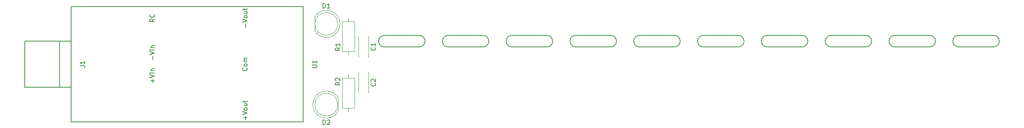
<source format=gbr>
G04 #@! TF.GenerationSoftware,KiCad,Pcbnew,(5.0.1)-4*
G04 #@! TF.CreationDate,2019-02-14T14:24:21+01:00*
G04 #@! TF.ProjectId,PSU - 1.5A,505355202D20312E35412E6B69636164,rev?*
G04 #@! TF.SameCoordinates,Original*
G04 #@! TF.FileFunction,Legend,Top*
G04 #@! TF.FilePolarity,Positive*
%FSLAX46Y46*%
G04 Gerber Fmt 4.6, Leading zero omitted, Abs format (unit mm)*
G04 Created by KiCad (PCBNEW (5.0.1)-4) date 2/14/2019 2:24:21 PM*
%MOMM*%
%LPD*%
G01*
G04 APERTURE LIST*
%ADD10C,0.120000*%
%ADD11C,0.150000*%
G04 APERTURE END LIST*
D10*
G04 #@! TO.C,D2*
X90190000Y-47265000D02*
X90190000Y-44175000D01*
X90130000Y-45720000D02*
G75*
G03X90130000Y-45720000I-2500000J0D01*
G01*
X84640000Y-45720462D02*
G75*
G02X90190000Y-44175170I2990000J462D01*
G01*
X84640000Y-45719538D02*
G75*
G03X90190000Y-47264830I2990000J-462D01*
G01*
D11*
G04 #@! TO.C,J1*
X26670000Y-41910000D02*
X24130000Y-41910000D01*
X24130000Y-31750000D02*
X29210000Y-31750000D01*
X29210000Y-41910000D02*
X26670000Y-41910000D01*
X24130000Y-41910000D02*
X21590000Y-41910000D01*
X21590000Y-41910000D02*
X21590000Y-31750000D01*
X21590000Y-31750000D02*
X24130000Y-31750000D01*
X29210000Y-41910000D02*
X31750000Y-41910000D01*
X31750000Y-41910000D02*
X31750000Y-31750000D01*
X31750000Y-31750000D02*
X29210000Y-31750000D01*
X29210000Y-41910000D02*
X29210000Y-31750000D01*
G04 #@! TO.C,U1*
X82550000Y-24130000D02*
X31750000Y-24130000D01*
X82550000Y-49530000D02*
X82550000Y-24130000D01*
X31750000Y-49530000D02*
X82550000Y-49530000D01*
X31750000Y-24130000D02*
X31750000Y-49530000D01*
D10*
G04 #@! TO.C,C1*
X96828000Y-30710000D02*
X96828000Y-35250000D01*
X94688000Y-30710000D02*
X94688000Y-35250000D01*
X96828000Y-30710000D02*
X96813000Y-30710000D01*
X94703000Y-30710000D02*
X94688000Y-30710000D01*
X96828000Y-35250000D02*
X96813000Y-35250000D01*
X94703000Y-35250000D02*
X94688000Y-35250000D01*
G04 #@! TO.C,C2*
X94703000Y-43124000D02*
X94688000Y-43124000D01*
X96828000Y-43124000D02*
X96813000Y-43124000D01*
X94703000Y-38584000D02*
X94688000Y-38584000D01*
X96828000Y-38584000D02*
X96813000Y-38584000D01*
X94688000Y-38584000D02*
X94688000Y-43124000D01*
X96828000Y-38584000D02*
X96828000Y-43124000D01*
G04 #@! TO.C,D1*
X90620000Y-27940462D02*
G75*
G03X85070000Y-26395170I-2990000J462D01*
G01*
X90620000Y-27939538D02*
G75*
G02X85070000Y-29484830I-2990000J-462D01*
G01*
X90130000Y-27940000D02*
G75*
G03X90130000Y-27940000I-2500000J0D01*
G01*
X85070000Y-26395000D02*
X85070000Y-29485000D01*
D11*
G04 #@! TO.C,~*
X100330000Y-33020000D02*
G75*
G02X100330000Y-30480000I0J1270000D01*
G01*
X107950000Y-30480000D02*
G75*
G02X107950000Y-33020000I0J-1270000D01*
G01*
X107950000Y-33020000D02*
X100330000Y-33020000D01*
X100330000Y-30480000D02*
X107950000Y-30480000D01*
G04 #@! TO.C,*
X114300000Y-33020000D02*
G75*
G02X114300000Y-30480000I0J1270000D01*
G01*
X121920000Y-30480000D02*
G75*
G02X121920000Y-33020000I0J-1270000D01*
G01*
X121920000Y-33020000D02*
X114300000Y-33020000D01*
X114300000Y-30480000D02*
X121920000Y-30480000D01*
X128270000Y-30480000D02*
X135890000Y-30480000D01*
X135890000Y-33020000D02*
X128270000Y-33020000D01*
X135890000Y-30480000D02*
G75*
G02X135890000Y-33020000I0J-1270000D01*
G01*
X128270000Y-33020000D02*
G75*
G02X128270000Y-30480000I0J1270000D01*
G01*
X156210000Y-33020000D02*
G75*
G02X156210000Y-30480000I0J1270000D01*
G01*
X163830000Y-30480000D02*
G75*
G02X163830000Y-33020000I0J-1270000D01*
G01*
X163830000Y-33020000D02*
X156210000Y-33020000D01*
X156210000Y-30480000D02*
X163830000Y-30480000D01*
X170180000Y-33020000D02*
G75*
G02X170180000Y-30480000I0J1270000D01*
G01*
X177800000Y-30480000D02*
G75*
G02X177800000Y-33020000I0J-1270000D01*
G01*
X177800000Y-33020000D02*
X170180000Y-33020000D01*
X170180000Y-30480000D02*
X177800000Y-30480000D01*
X184150000Y-30480000D02*
X191770000Y-30480000D01*
X191770000Y-33020000D02*
X184150000Y-33020000D01*
X191770000Y-30480000D02*
G75*
G02X191770000Y-33020000I0J-1270000D01*
G01*
X184150000Y-33020000D02*
G75*
G02X184150000Y-30480000I0J1270000D01*
G01*
X198120000Y-30480000D02*
X205740000Y-30480000D01*
X205740000Y-33020000D02*
X198120000Y-33020000D01*
X205740000Y-30480000D02*
G75*
G02X205740000Y-33020000I0J-1270000D01*
G01*
X198120000Y-33020000D02*
G75*
G02X198120000Y-30480000I0J1270000D01*
G01*
X212090000Y-30480000D02*
X219710000Y-30480000D01*
X219710000Y-33020000D02*
X212090000Y-33020000D01*
X219710000Y-30480000D02*
G75*
G02X219710000Y-33020000I0J-1270000D01*
G01*
X212090000Y-33020000D02*
G75*
G02X212090000Y-30480000I0J1270000D01*
G01*
X226060000Y-33020000D02*
G75*
G02X226060000Y-30480000I0J1270000D01*
G01*
X233680000Y-30480000D02*
G75*
G02X233680000Y-33020000I0J-1270000D01*
G01*
X233680000Y-33020000D02*
X226060000Y-33020000D01*
X226060000Y-30480000D02*
X233680000Y-30480000D01*
D10*
G04 #@! TO.C,R1*
X93826000Y-27464000D02*
X91086000Y-27464000D01*
X91086000Y-27464000D02*
X91086000Y-34004000D01*
X91086000Y-34004000D02*
X93826000Y-34004000D01*
X93826000Y-34004000D02*
X93826000Y-27464000D01*
X92456000Y-26694000D02*
X92456000Y-27464000D01*
X92456000Y-34774000D02*
X92456000Y-34004000D01*
G04 #@! TO.C,R2*
X92456000Y-47220000D02*
X92456000Y-46450000D01*
X92456000Y-39140000D02*
X92456000Y-39910000D01*
X93826000Y-46450000D02*
X93826000Y-39910000D01*
X91086000Y-46450000D02*
X93826000Y-46450000D01*
X91086000Y-39910000D02*
X91086000Y-46450000D01*
X93826000Y-39910000D02*
X91086000Y-39910000D01*
D11*
G04 #@! TO.C,*
X142240000Y-30480000D02*
X149860000Y-30480000D01*
X149860000Y-33020000D02*
X142240000Y-33020000D01*
X149860000Y-30480000D02*
G75*
G02X149860000Y-33020000I0J-1270000D01*
G01*
X142240000Y-33020000D02*
G75*
G02X142240000Y-30480000I0J1270000D01*
G01*
G04 #@! TO.C,D2*
X86891904Y-50132380D02*
X86891904Y-49132380D01*
X87130000Y-49132380D01*
X87272857Y-49180000D01*
X87368095Y-49275238D01*
X87415714Y-49370476D01*
X87463333Y-49560952D01*
X87463333Y-49703809D01*
X87415714Y-49894285D01*
X87368095Y-49989523D01*
X87272857Y-50084761D01*
X87130000Y-50132380D01*
X86891904Y-50132380D01*
X87844285Y-49227619D02*
X87891904Y-49180000D01*
X87987142Y-49132380D01*
X88225238Y-49132380D01*
X88320476Y-49180000D01*
X88368095Y-49227619D01*
X88415714Y-49322857D01*
X88415714Y-49418095D01*
X88368095Y-49560952D01*
X87796666Y-50132380D01*
X88415714Y-50132380D01*
G04 #@! TO.C,*
G04 #@! TO.C,~*
G04 #@! TO.C,J1*
X33742380Y-37163333D02*
X34456666Y-37163333D01*
X34599523Y-37210952D01*
X34694761Y-37306190D01*
X34742380Y-37449047D01*
X34742380Y-37544285D01*
X34742380Y-36163333D02*
X34742380Y-36734761D01*
X34742380Y-36449047D02*
X33742380Y-36449047D01*
X33885238Y-36544285D01*
X33980476Y-36639523D01*
X34028095Y-36734761D01*
G04 #@! TO.C,U1*
X84542380Y-37591904D02*
X85351904Y-37591904D01*
X85447142Y-37544285D01*
X85494761Y-37496666D01*
X85542380Y-37401428D01*
X85542380Y-37210952D01*
X85494761Y-37115714D01*
X85447142Y-37068095D01*
X85351904Y-37020476D01*
X84542380Y-37020476D01*
X85542380Y-36020476D02*
X85542380Y-36591904D01*
X85542380Y-36306190D02*
X84542380Y-36306190D01*
X84685238Y-36401428D01*
X84780476Y-36496666D01*
X84828095Y-36591904D01*
X49601428Y-40870000D02*
X49601428Y-40108095D01*
X49982380Y-40489047D02*
X49220476Y-40489047D01*
X48982380Y-39774761D02*
X49982380Y-39441428D01*
X48982380Y-39108095D01*
X49982380Y-38774761D02*
X49315714Y-38774761D01*
X48982380Y-38774761D02*
X49030000Y-38822380D01*
X49077619Y-38774761D01*
X49030000Y-38727142D01*
X48982380Y-38774761D01*
X49077619Y-38774761D01*
X49315714Y-38298571D02*
X49982380Y-38298571D01*
X49410952Y-38298571D02*
X49363333Y-38250952D01*
X49315714Y-38155714D01*
X49315714Y-38012857D01*
X49363333Y-37917619D01*
X49458571Y-37870000D01*
X49982380Y-37870000D01*
X49601428Y-35790000D02*
X49601428Y-35028095D01*
X48982380Y-34694761D02*
X49982380Y-34361428D01*
X48982380Y-34028095D01*
X49982380Y-33694761D02*
X49315714Y-33694761D01*
X48982380Y-33694761D02*
X49030000Y-33742380D01*
X49077619Y-33694761D01*
X49030000Y-33647142D01*
X48982380Y-33694761D01*
X49077619Y-33694761D01*
X49315714Y-33218571D02*
X49982380Y-33218571D01*
X49410952Y-33218571D02*
X49363333Y-33170952D01*
X49315714Y-33075714D01*
X49315714Y-32932857D01*
X49363333Y-32837619D01*
X49458571Y-32790000D01*
X49982380Y-32790000D01*
X49982380Y-26860476D02*
X49506190Y-27193809D01*
X49982380Y-27431904D02*
X48982380Y-27431904D01*
X48982380Y-27050952D01*
X49030000Y-26955714D01*
X49077619Y-26908095D01*
X49172857Y-26860476D01*
X49315714Y-26860476D01*
X49410952Y-26908095D01*
X49458571Y-26955714D01*
X49506190Y-27050952D01*
X49506190Y-27431904D01*
X49887142Y-25860476D02*
X49934761Y-25908095D01*
X49982380Y-26050952D01*
X49982380Y-26146190D01*
X49934761Y-26289047D01*
X49839523Y-26384285D01*
X49744285Y-26431904D01*
X49553809Y-26479523D01*
X49410952Y-26479523D01*
X49220476Y-26431904D01*
X49125238Y-26384285D01*
X49030000Y-26289047D01*
X48982380Y-26146190D01*
X48982380Y-26050952D01*
X49030000Y-25908095D01*
X49077619Y-25860476D01*
X69921428Y-48990000D02*
X69921428Y-48228095D01*
X70302380Y-48609047D02*
X69540476Y-48609047D01*
X69302380Y-47894761D02*
X70302380Y-47561428D01*
X69302380Y-47228095D01*
X70302380Y-46751904D02*
X70254761Y-46847142D01*
X70207142Y-46894761D01*
X70111904Y-46942380D01*
X69826190Y-46942380D01*
X69730952Y-46894761D01*
X69683333Y-46847142D01*
X69635714Y-46751904D01*
X69635714Y-46609047D01*
X69683333Y-46513809D01*
X69730952Y-46466190D01*
X69826190Y-46418571D01*
X70111904Y-46418571D01*
X70207142Y-46466190D01*
X70254761Y-46513809D01*
X70302380Y-46609047D01*
X70302380Y-46751904D01*
X69635714Y-45561428D02*
X70302380Y-45561428D01*
X69635714Y-45990000D02*
X70159523Y-45990000D01*
X70254761Y-45942380D01*
X70302380Y-45847142D01*
X70302380Y-45704285D01*
X70254761Y-45609047D01*
X70207142Y-45561428D01*
X69635714Y-45228095D02*
X69635714Y-44847142D01*
X69302380Y-45085238D02*
X70159523Y-45085238D01*
X70254761Y-45037619D01*
X70302380Y-44942380D01*
X70302380Y-44847142D01*
X70207142Y-37639523D02*
X70254761Y-37687142D01*
X70302380Y-37830000D01*
X70302380Y-37925238D01*
X70254761Y-38068095D01*
X70159523Y-38163333D01*
X70064285Y-38210952D01*
X69873809Y-38258571D01*
X69730952Y-38258571D01*
X69540476Y-38210952D01*
X69445238Y-38163333D01*
X69350000Y-38068095D01*
X69302380Y-37925238D01*
X69302380Y-37830000D01*
X69350000Y-37687142D01*
X69397619Y-37639523D01*
X70302380Y-37068095D02*
X70254761Y-37163333D01*
X70207142Y-37210952D01*
X70111904Y-37258571D01*
X69826190Y-37258571D01*
X69730952Y-37210952D01*
X69683333Y-37163333D01*
X69635714Y-37068095D01*
X69635714Y-36925238D01*
X69683333Y-36830000D01*
X69730952Y-36782380D01*
X69826190Y-36734761D01*
X70111904Y-36734761D01*
X70207142Y-36782380D01*
X70254761Y-36830000D01*
X70302380Y-36925238D01*
X70302380Y-37068095D01*
X70302380Y-36306190D02*
X69635714Y-36306190D01*
X69730952Y-36306190D02*
X69683333Y-36258571D01*
X69635714Y-36163333D01*
X69635714Y-36020476D01*
X69683333Y-35925238D01*
X69778571Y-35877619D01*
X70302380Y-35877619D01*
X69778571Y-35877619D02*
X69683333Y-35830000D01*
X69635714Y-35734761D01*
X69635714Y-35591904D01*
X69683333Y-35496666D01*
X69778571Y-35449047D01*
X70302380Y-35449047D01*
X69921428Y-28670000D02*
X69921428Y-27908095D01*
X69302380Y-27574761D02*
X70302380Y-27241428D01*
X69302380Y-26908095D01*
X70302380Y-26431904D02*
X70254761Y-26527142D01*
X70207142Y-26574761D01*
X70111904Y-26622380D01*
X69826190Y-26622380D01*
X69730952Y-26574761D01*
X69683333Y-26527142D01*
X69635714Y-26431904D01*
X69635714Y-26289047D01*
X69683333Y-26193809D01*
X69730952Y-26146190D01*
X69826190Y-26098571D01*
X70111904Y-26098571D01*
X70207142Y-26146190D01*
X70254761Y-26193809D01*
X70302380Y-26289047D01*
X70302380Y-26431904D01*
X69635714Y-25241428D02*
X70302380Y-25241428D01*
X69635714Y-25670000D02*
X70159523Y-25670000D01*
X70254761Y-25622380D01*
X70302380Y-25527142D01*
X70302380Y-25384285D01*
X70254761Y-25289047D01*
X70207142Y-25241428D01*
X69635714Y-24908095D02*
X69635714Y-24527142D01*
X69302380Y-24765238D02*
X70159523Y-24765238D01*
X70254761Y-24717619D01*
X70302380Y-24622380D01*
X70302380Y-24527142D01*
G04 #@! TO.C,C1*
X98315142Y-33146666D02*
X98362761Y-33194285D01*
X98410380Y-33337142D01*
X98410380Y-33432380D01*
X98362761Y-33575238D01*
X98267523Y-33670476D01*
X98172285Y-33718095D01*
X97981809Y-33765714D01*
X97838952Y-33765714D01*
X97648476Y-33718095D01*
X97553238Y-33670476D01*
X97458000Y-33575238D01*
X97410380Y-33432380D01*
X97410380Y-33337142D01*
X97458000Y-33194285D01*
X97505619Y-33146666D01*
X98410380Y-32194285D02*
X98410380Y-32765714D01*
X98410380Y-32480000D02*
X97410380Y-32480000D01*
X97553238Y-32575238D01*
X97648476Y-32670476D01*
X97696095Y-32765714D01*
G04 #@! TO.C,C2*
X98315142Y-41020666D02*
X98362761Y-41068285D01*
X98410380Y-41211142D01*
X98410380Y-41306380D01*
X98362761Y-41449238D01*
X98267523Y-41544476D01*
X98172285Y-41592095D01*
X97981809Y-41639714D01*
X97838952Y-41639714D01*
X97648476Y-41592095D01*
X97553238Y-41544476D01*
X97458000Y-41449238D01*
X97410380Y-41306380D01*
X97410380Y-41211142D01*
X97458000Y-41068285D01*
X97505619Y-41020666D01*
X97505619Y-40639714D02*
X97458000Y-40592095D01*
X97410380Y-40496857D01*
X97410380Y-40258761D01*
X97458000Y-40163523D01*
X97505619Y-40115904D01*
X97600857Y-40068285D01*
X97696095Y-40068285D01*
X97838952Y-40115904D01*
X98410380Y-40687333D01*
X98410380Y-40068285D01*
G04 #@! TO.C,D1*
X86891904Y-24432380D02*
X86891904Y-23432380D01*
X87130000Y-23432380D01*
X87272857Y-23480000D01*
X87368095Y-23575238D01*
X87415714Y-23670476D01*
X87463333Y-23860952D01*
X87463333Y-24003809D01*
X87415714Y-24194285D01*
X87368095Y-24289523D01*
X87272857Y-24384761D01*
X87130000Y-24432380D01*
X86891904Y-24432380D01*
X88415714Y-24432380D02*
X87844285Y-24432380D01*
X88130000Y-24432380D02*
X88130000Y-23432380D01*
X88034761Y-23575238D01*
X87939523Y-23670476D01*
X87844285Y-23718095D01*
G04 #@! TO.C,~*
G04 #@! TO.C,*
G04 #@! TO.C,R1*
X90622380Y-33186666D02*
X90146190Y-33520000D01*
X90622380Y-33758095D02*
X89622380Y-33758095D01*
X89622380Y-33377142D01*
X89670000Y-33281904D01*
X89717619Y-33234285D01*
X89812857Y-33186666D01*
X89955714Y-33186666D01*
X90050952Y-33234285D01*
X90098571Y-33281904D01*
X90146190Y-33377142D01*
X90146190Y-33758095D01*
X90622380Y-32234285D02*
X90622380Y-32805714D01*
X90622380Y-32520000D02*
X89622380Y-32520000D01*
X89765238Y-32615238D01*
X89860476Y-32710476D01*
X89908095Y-32805714D01*
G04 #@! TO.C,R2*
X90622380Y-40806666D02*
X90146190Y-41140000D01*
X90622380Y-41378095D02*
X89622380Y-41378095D01*
X89622380Y-40997142D01*
X89670000Y-40901904D01*
X89717619Y-40854285D01*
X89812857Y-40806666D01*
X89955714Y-40806666D01*
X90050952Y-40854285D01*
X90098571Y-40901904D01*
X90146190Y-40997142D01*
X90146190Y-41378095D01*
X89717619Y-40425714D02*
X89670000Y-40378095D01*
X89622380Y-40282857D01*
X89622380Y-40044761D01*
X89670000Y-39949523D01*
X89717619Y-39901904D01*
X89812857Y-39854285D01*
X89908095Y-39854285D01*
X90050952Y-39901904D01*
X90622380Y-40473333D01*
X90622380Y-39854285D01*
G04 #@! TO.C,*
G04 #@! TO.C,~*
G04 #@! TD*
M02*

</source>
